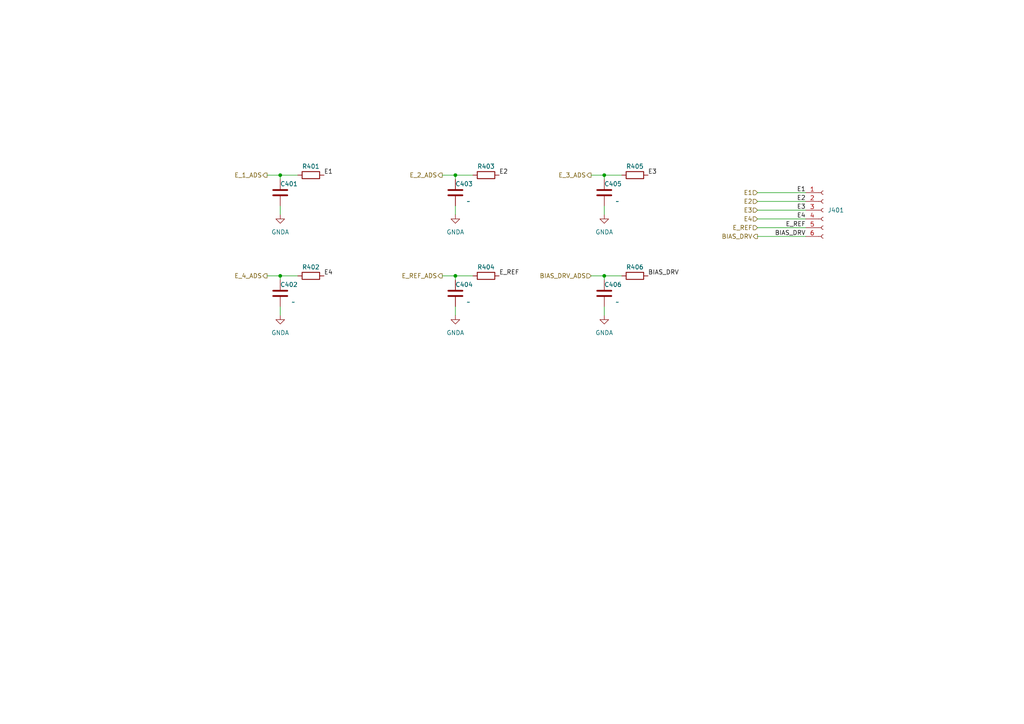
<source format=kicad_sch>
(kicad_sch (version 20211123) (generator eeschema)
  (paper "A4")
  (title_block (title "AntiAlias") (date "2022-05-01") (rev "A"))
  (lib_symbols
    (symbol "Connector:Conn_01x06_Female" (pin_names (offset 1.016) hide)
      (property "Reference" "J" (at 0 7.62 0))
      (property "Value" "Conn_01x06_Female" (at 0 -10.16 0))
      (symbol "Conn_01x06_Female_1_1"
        (arc (start 0 -7.112) (mid -0.508 -7.62) (end 0 -8.128) (stroke (width 0.1524)))
        (arc (start 0 -4.572) (mid -0.508 -5.08) (end 0 -5.588) (stroke (width 0.1524)))
        (arc (start 0 -2.032) (mid -0.508 -2.54) (end 0 -3.048) (stroke (width 0.1524)))
        (polyline (pts (xy -1.27 -7.62) (xy -0.508 -7.62)) (stroke (width 0.1524)))
        (polyline (pts (xy -1.27 -5.08) (xy -0.508 -5.08)) (stroke (width 0.1524)))
        (polyline (pts (xy -1.27 -2.54) (xy -0.508 -2.54)) (stroke (width 0.1524)))
        (polyline (pts (xy -1.27 0) (xy -0.508 0)) (stroke (width 0.1524)))
        (polyline (pts (xy -1.27 2.54) (xy -0.508 2.54)) (stroke (width 0.1524)))
        (polyline (pts (xy -1.27 5.08) (xy -0.508 5.08)) (stroke (width 0.1524)))
        (arc (start 0 0.508) (mid -0.508 0) (end 0 -0.508) (stroke (width 0.1524)))
        (arc (start 0 3.048) (mid -0.508 2.54) (end 0 2.032) (stroke (width 0.1524)))
        (arc (start 0 5.588) (mid -0.508 5.08) (end 0 4.572) (stroke (width 0.1524)))
        (pin passive line (at -5.08 5.08 0) (length 3.81) (name "Pin_1") (number "1"))
        (pin passive line (at -5.08 2.54 0) (length 3.81) (name "Pin_2") (number "2"))
        (pin passive line (at -5.08 0 0) (length 3.81) (name "Pin_3") (number "3"))
        (pin passive line (at -5.08 -2.54 0) (length 3.81) (name "Pin_4") (number "4"))
        (pin passive line (at -5.08 -5.08 0) (length 3.81) (name "Pin_5") (number "5"))
        (pin passive line (at -5.08 -7.62 0) (length 3.81) (name "Pin_6") (number "6"))
      )
    )
    (symbol "Device:C" (pin_numbers hide) (pin_names (offset 0.254))
      (property "Reference" "C" (at 0.635 2.54 0))
      (property "Value" "C" (at 0.635 -2.54 0))
      (symbol "C_0_1"
        (polyline (pts (xy -2.032 -0.762) (xy 2.032 -0.762)) (stroke (width 0.508)))
        (polyline (pts (xy -2.032 0.762) (xy 2.032 0.762)) (stroke (width 0.508)))
      )
      (symbol "C_1_1"
        (pin passive line (at 0 3.81 270) (length 2.794) (name "~") (number "1"))
        (pin passive line (at 0 -3.81 90) (length 2.794) (name "~") (number "2"))
      )
    )
    (symbol "Device:R" (pin_numbers hide) (pin_names (offset 0))
      (property "Reference" "R" (at 2.032 0 90))
      (property "Value" "R" (at 0 0 90))
      (symbol "R_0_1"
        (rectangle (start -1.016 -2.54) (end 1.016 2.54) (stroke (width 0.254)))
      )
      (symbol "R_1_1"
        (pin passive line (at 0 3.81 270) (length 1.27) (name "~") (number "1"))
        (pin passive line (at 0 -3.81 90) (length 1.27) (name "~") (number "2"))
      )
    )
    (symbol "power:GNDA" (power) (pin_names (offset 0))
      (property "Value" "GNDA" (at 0 -3.81 0))
      (symbol "GNDA_0_1"
        (polyline (pts (xy 0 0) (xy 0 -1.27) (xy 1.27 -1.27) (xy 0 -2.54) (xy -1.27 -1.27) (xy 0 -1.27)))
      )
      (symbol "GNDA_1_1"
        (pin power_in line (at 0 0 270) (length 0) hide (name "GNDA") (number "1"))
      )
    )
  )
  (junction (at 132.08 80.01))
  (junction (at 81.28 50.8))
  (junction (at 132.08 50.8))
  (junction (at 81.28 80.01))
  (junction (at 175.26 80.01))
  (junction (at 175.26 50.8))
  (wire (pts (xy 219.71 58.42) (xy 233.68 58.42)))
  (wire (pts (xy 132.08 52.07) (xy 132.08 50.8)))
  (wire (pts (xy 132.08 81.28) (xy 132.08 80.01)))
  (wire (pts (xy 81.28 88.9) (xy 81.28 91.44)))
  (wire (pts (xy 132.08 80.01) (xy 137.16 80.01)))
  (wire (pts (xy 77.47 80.01) (xy 81.28 80.01)))
  (wire (pts (xy 132.08 50.8) (xy 137.16 50.8)))
  (wire (pts (xy 219.71 68.58) (xy 233.68 68.58)))
  (wire (pts (xy 171.45 80.01) (xy 175.26 80.01)))
  (wire (pts (xy 81.28 50.8) (xy 86.36 50.8)))
  (wire (pts (xy 175.26 59.69) (xy 175.26 62.23)))
  (wire (pts (xy 81.28 59.69) (xy 81.28 62.23)))
  (wire (pts (xy 81.28 81.28) (xy 81.28 80.01)))
  (wire (pts (xy 219.71 63.5) (xy 233.68 63.5)))
  (wire (pts (xy 132.08 88.9) (xy 132.08 91.44)))
  (wire (pts (xy 175.26 52.07) (xy 175.26 50.8)))
  (wire (pts (xy 171.45 50.8) (xy 175.26 50.8)))
  (wire (pts (xy 219.71 55.88) (xy 233.68 55.88)))
  (wire (pts (xy 175.26 81.28) (xy 175.26 80.01)))
  (wire (pts (xy 219.71 60.96) (xy 233.68 60.96)))
  (wire (pts (xy 175.26 50.8) (xy 180.34 50.8)))
  (wire (pts (xy 77.47 50.8) (xy 81.28 50.8)))
  (wire (pts (xy 128.27 80.01) (xy 132.08 80.01)))
  (wire (pts (xy 81.28 52.07) (xy 81.28 50.8)))
  (wire (pts (xy 175.26 88.9) (xy 175.26 91.44)))
  (wire (pts (xy 81.28 80.01) (xy 86.36 80.01)))
  (wire (pts (xy 128.27 50.8) (xy 132.08 50.8)))
  (wire (pts (xy 132.08 59.69) (xy 132.08 62.23)))
  (wire (pts (xy 175.26 80.01) (xy 180.34 80.01)))
  (wire (pts (xy 219.71 66.04) (xy 233.68 66.04)))
  (label "E3" (at 187.96 50.8 0))
  (label "E1" (at 233.68 55.88 180))
  (label "E_REF" (at 144.78 80.01 0))
  (label "E3" (at 233.68 60.96 180))
  (label "E4" (at 93.98 80.01 0))
  (label "BIAS_DRV" (at 233.68 68.58 180))
  (label "E2" (at 144.78 50.8 0))
  (label "E2" (at 233.68 58.42 180))
  (label "E4" (at 233.68 63.5 180))
  (label "BIAS_DRV" (at 187.96 80.01 0))
  (label "E1" (at 93.98 50.8 0))
  (label "E_REF" (at 233.68 66.04 180))
  (hierarchical_label "E1" (shape input) (at 219.71 55.88 180))
  (hierarchical_label "BIAS_DRV_ADS" (shape input) (at 171.45 80.01 180))
  (hierarchical_label "E_1_ADS" (shape output) (at 77.47 50.8 180))
  (hierarchical_label "E3" (shape input) (at 219.71 60.96 180))
  (hierarchical_label "E_REF_ADS" (shape output) (at 128.27 80.01 180))
  (hierarchical_label "E_3_ADS" (shape output) (at 171.45 50.8 180))
  (hierarchical_label "E2" (shape input) (at 219.71 58.42 180))
  (hierarchical_label "E_REF" (shape input) (at 219.71 66.04 180))
  (hierarchical_label "BIAS_DRV" (shape output) (at 219.71 68.58 180))
  (hierarchical_label "E_2_ADS" (shape output) (at 128.27 50.8 180))
  (hierarchical_label "E_4_ADS" (shape output) (at 77.47 80.01 180))
  (hierarchical_label "E4" (shape input) (at 219.71 63.5 180))
  (symbol (lib_id "Device:C") (at 132.08 85.09 0) (unit 1)
    (property "Reference" "C404" (at 134.62 82.55 0))
    (property "Value" "~" (at 135.89 87.63 0))
    (property "Footprint" "Capacitor_SMD:C_0201_0603Metric_Pad0.64x0.40mm_HandSolder" (effects hide))
  )
  (symbol (lib_id "power:GNDA") (at 81.28 62.23 0) (unit 1)
    (property "Reference" "#PWR?" (effects hide))
  )
  (symbol (lib_id "Device:C") (at 132.08 55.88 0) (unit 1)
    (property "Reference" "C403" (at 134.62 53.34 0))
    (property "Value" "~" (at 135.89 58.42 0))
    (property "Footprint" "Capacitor_SMD:C_0201_0603Metric_Pad0.64x0.40mm_HandSolder" (effects hide))
  )
  (symbol (lib_id "Device:C") (at 81.28 55.88 0) (unit 1)
    (property "Reference" "C401" (at 83.82 53.34 0))
    (property "Footprint" "Capacitor_SMD:C_0201_0603Metric_Pad0.64x0.40mm_HandSolder" (effects hide))
  )
  (symbol (lib_id "Device:C") (at 175.26 85.09 0) (unit 1)
    (property "Reference" "C406" (at 177.8 82.55 0))
    (property "Value" "~" (at 179.07 87.63 0))
    (property "Footprint" "Capacitor_SMD:C_0201_0603Metric_Pad0.64x0.40mm_HandSolder" (effects hide))
  )
  (symbol (lib_id "Device:C") (at 81.28 85.09 0) (unit 1)
    (property "Reference" "C402" (at 83.82 82.55 0))
    (property "Value" "~" (at 85.09 87.63 0))
    (property "Footprint" "Capacitor_SMD:C_0201_0603Metric_Pad0.64x0.40mm_HandSolder" (effects hide))
  )
  (symbol (lib_id "Device:R") (at 184.15 80.01 90) (unit 1)
    (property "Reference" "R406" (at 184.15 77.47 90))
  )
  (symbol (lib_id "Device:R") (at 184.15 50.8 90) (unit 1)
    (property "Reference" "R405" (at 184.15 48.26 90))
  )
  (symbol (lib_id "power:GNDA") (at 175.26 62.23 0) (unit 1)
    (property "Reference" "#PWR?" (effects hide))
  )
  (symbol (lib_id "power:GNDA") (at 132.08 91.44 0) (unit 1)
    (property "Reference" "#PWR?" (effects hide))
  )
  (symbol (lib_id "power:GNDA") (at 81.28 91.44 0) (unit 1)
    (property "Reference" "#PWR?" (effects hide))
  )
  (symbol (lib_id "Device:C") (at 175.26 55.88 0) (unit 1)
    (property "Reference" "C405" (at 177.8 53.34 0))
    (property "Value" "~" (at 179.07 58.42 0))
    (property "Footprint" "Capacitor_SMD:C_0201_0603Metric_Pad0.64x0.40mm_HandSolder" (effects hide))
  )
  (symbol (lib_id "Device:R") (at 90.17 80.01 90) (unit 1)
    (property "Reference" "R402" (at 90.17 77.47 90))
  )
  (symbol (lib_id "power:GNDA") (at 132.08 62.23 0) (unit 1)
    (property "Reference" "#PWR?" (effects hide))
  )
  (symbol (lib_id "Device:R") (at 140.97 80.01 90) (unit 1)
    (property "Reference" "R404" (at 140.97 77.47 90))
  )
  (symbol (lib_id "Device:R") (at 140.97 50.8 90) (unit 1)
    (property "Reference" "R403" (at 140.97 48.26 90))
  )
  (symbol (lib_id "Connector:Conn_01x06_Female") (at 238.76 60.96 0) (unit 1)
    (property "Reference" "J401" (at 240.03 60.9599 0) (effects (justify left)))
  )
  (symbol (lib_id "power:GNDA") (at 175.26 91.44 0) (unit 1)
    (property "Reference" "#PWR?" (effects hide))
  )
  (symbol (lib_id "Device:R") (at 90.17 50.8 90) (unit 1)
    (property "Reference" "R401" (at 90.17 48.26 90))
  )
)
</source>
